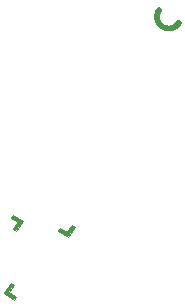
<source format=gto>
G04 #@! TF.GenerationSoftware,KiCad,Pcbnew,5.0.2+dfsg1-1*
G04 #@! TF.CreationDate,2021-09-10T13:15:43+02:00*
G04 #@! TF.ProjectId,facet_v1,66616365-745f-4763-912e-6b696361645f,rev?*
G04 #@! TF.SameCoordinates,Original*
G04 #@! TF.FileFunction,Legend,Top*
G04 #@! TF.FilePolarity,Positive*
%FSLAX46Y46*%
G04 Gerber Fmt 4.6, Leading zero omitted, Abs format (unit mm)*
G04 Created by KiCad (PCBNEW 5.0.2+dfsg1-1) date Fri 10 Sep 2021 01:15:43 PM CEST*
%MOMM*%
%LPD*%
G01*
G04 APERTURE LIST*
%ADD10C,0.000001*%
%ADD11C,0.150000*%
G04 APERTURE END LIST*
D10*
G04 #@! TO.C,*
G36*
X11130347Y19160626D02*
X11093900Y19178444D01*
X11055800Y19188331D01*
X11017158Y19190550D01*
X10979086Y19185361D01*
X10942695Y19173027D01*
X10909097Y19153808D01*
X10879404Y19127968D01*
X10854726Y19095766D01*
X10832346Y19059360D01*
X10811367Y19022350D01*
X10791791Y18984776D01*
X10773618Y18946676D01*
X10756852Y18908087D01*
X10741494Y18869050D01*
X10727545Y18829601D01*
X10715008Y18789780D01*
X10703885Y18749625D01*
X10694177Y18709175D01*
X10685886Y18668468D01*
X10679015Y18627542D01*
X10673564Y18586436D01*
X10669536Y18545188D01*
X10666933Y18503837D01*
X10665756Y18462422D01*
X10666008Y18420980D01*
X10667690Y18379550D01*
X10670804Y18338171D01*
X10675352Y18296882D01*
X10681335Y18255719D01*
X10688757Y18214723D01*
X10697618Y18173932D01*
X10707920Y18133383D01*
X10719665Y18093116D01*
X10732856Y18053169D01*
X10747493Y18013581D01*
X10763580Y17974389D01*
X10781117Y17935633D01*
X10800106Y17897350D01*
X10820444Y17859767D01*
X10842004Y17823099D01*
X10864752Y17787365D01*
X10888657Y17752586D01*
X10913686Y17718784D01*
X10939807Y17685978D01*
X10966989Y17654189D01*
X10995197Y17623438D01*
X11024401Y17593746D01*
X11054568Y17565133D01*
X11085666Y17537620D01*
X11117662Y17511228D01*
X11150524Y17485976D01*
X11184220Y17461886D01*
X11218718Y17438979D01*
X11253985Y17417275D01*
X11289989Y17396794D01*
X11326697Y17377558D01*
X11364078Y17359587D01*
X11402100Y17342901D01*
X11440729Y17327522D01*
X11479934Y17313470D01*
X11519682Y17300765D01*
X11559941Y17289428D01*
X11600679Y17279480D01*
X11641864Y17270942D01*
X11683463Y17263834D01*
X11725444Y17258176D01*
X11767774Y17253990D01*
X11810422Y17251296D01*
X11851769Y17250131D01*
X11892959Y17250380D01*
X11933960Y17252030D01*
X11974741Y17255063D01*
X12015269Y17259465D01*
X12055514Y17265219D01*
X12095444Y17272310D01*
X12135026Y17280721D01*
X12174230Y17290438D01*
X12213024Y17301445D01*
X12251377Y17313725D01*
X12289256Y17327263D01*
X12326630Y17342044D01*
X12363467Y17358051D01*
X12399737Y17375269D01*
X12435406Y17393683D01*
X12470445Y17413275D01*
X12504820Y17434032D01*
X12538501Y17455936D01*
X12571456Y17478973D01*
X12603654Y17503126D01*
X12635061Y17528380D01*
X12665648Y17554719D01*
X12695383Y17582127D01*
X12724233Y17610589D01*
X12752168Y17640089D01*
X12779155Y17670611D01*
X12805163Y17702139D01*
X12830161Y17734658D01*
X12854117Y17768152D01*
X12876999Y17802605D01*
X12905104Y17863484D01*
X12912262Y17921988D01*
X12901538Y17976157D01*
X12875995Y18024031D01*
X12838698Y18063651D01*
X12792711Y18093058D01*
X12741099Y18110291D01*
X12686926Y18113393D01*
X12633255Y18100402D01*
X12583152Y18069359D01*
X12539681Y18018306D01*
X12516877Y17984560D01*
X12492551Y17952217D01*
X12466768Y17921314D01*
X12439595Y17891883D01*
X12411098Y17863958D01*
X12381343Y17837575D01*
X12350395Y17812766D01*
X12318320Y17789565D01*
X12285185Y17768008D01*
X12251055Y17748128D01*
X12215996Y17729958D01*
X12180075Y17713534D01*
X12143356Y17698889D01*
X12105906Y17686057D01*
X12067791Y17675073D01*
X12029077Y17665970D01*
X11989830Y17658783D01*
X11950115Y17653545D01*
X11909999Y17650290D01*
X11869547Y17649054D01*
X11828826Y17649869D01*
X11788198Y17652745D01*
X11748023Y17657642D01*
X11708364Y17664519D01*
X11669285Y17673336D01*
X11630846Y17684053D01*
X11593112Y17696631D01*
X11556144Y17711028D01*
X11520006Y17727206D01*
X11484760Y17745123D01*
X11450468Y17764741D01*
X11417194Y17786018D01*
X11385000Y17808915D01*
X11353948Y17833392D01*
X11324102Y17859409D01*
X11295523Y17886925D01*
X11268275Y17915901D01*
X11242420Y17946297D01*
X11218021Y17978072D01*
X11195140Y18011186D01*
X11173840Y18045600D01*
X11154184Y18081274D01*
X11135533Y18119736D01*
X11119081Y18158860D01*
X11104824Y18198560D01*
X11092754Y18238752D01*
X11082866Y18279353D01*
X11075152Y18320277D01*
X11069608Y18361442D01*
X11066226Y18402761D01*
X11065000Y18444152D01*
X11065924Y18485530D01*
X11068993Y18526811D01*
X11074198Y18567910D01*
X11081535Y18608744D01*
X11090997Y18649228D01*
X11102578Y18689277D01*
X11116271Y18728808D01*
X11132071Y18767736D01*
X11149970Y18805978D01*
X11169963Y18843448D01*
X11192044Y18880063D01*
X11211223Y18916722D01*
X11222200Y18955284D01*
X11225235Y18994571D01*
X11220586Y19033404D01*
X11208514Y19070605D01*
X11189276Y19104994D01*
X11163133Y19135392D01*
X11130344Y19160621D01*
X11130347Y19160626D01*
X11130347Y19160626D01*
G37*
X11130347Y19160626D02*
X11093900Y19178444D01*
X11055800Y19188331D01*
X11017158Y19190550D01*
X10979086Y19185361D01*
X10942695Y19173027D01*
X10909097Y19153808D01*
X10879404Y19127968D01*
X10854726Y19095766D01*
X10832346Y19059360D01*
X10811367Y19022350D01*
X10791791Y18984776D01*
X10773618Y18946676D01*
X10756852Y18908087D01*
X10741494Y18869050D01*
X10727545Y18829601D01*
X10715008Y18789780D01*
X10703885Y18749625D01*
X10694177Y18709175D01*
X10685886Y18668468D01*
X10679015Y18627542D01*
X10673564Y18586436D01*
X10669536Y18545188D01*
X10666933Y18503837D01*
X10665756Y18462422D01*
X10666008Y18420980D01*
X10667690Y18379550D01*
X10670804Y18338171D01*
X10675352Y18296882D01*
X10681335Y18255719D01*
X10688757Y18214723D01*
X10697618Y18173932D01*
X10707920Y18133383D01*
X10719665Y18093116D01*
X10732856Y18053169D01*
X10747493Y18013581D01*
X10763580Y17974389D01*
X10781117Y17935633D01*
X10800106Y17897350D01*
X10820444Y17859767D01*
X10842004Y17823099D01*
X10864752Y17787365D01*
X10888657Y17752586D01*
X10913686Y17718784D01*
X10939807Y17685978D01*
X10966989Y17654189D01*
X10995197Y17623438D01*
X11024401Y17593746D01*
X11054568Y17565133D01*
X11085666Y17537620D01*
X11117662Y17511228D01*
X11150524Y17485976D01*
X11184220Y17461886D01*
X11218718Y17438979D01*
X11253985Y17417275D01*
X11289989Y17396794D01*
X11326697Y17377558D01*
X11364078Y17359587D01*
X11402100Y17342901D01*
X11440729Y17327522D01*
X11479934Y17313470D01*
X11519682Y17300765D01*
X11559941Y17289428D01*
X11600679Y17279480D01*
X11641864Y17270942D01*
X11683463Y17263834D01*
X11725444Y17258176D01*
X11767774Y17253990D01*
X11810422Y17251296D01*
X11851769Y17250131D01*
X11892959Y17250380D01*
X11933960Y17252030D01*
X11974741Y17255063D01*
X12015269Y17259465D01*
X12055514Y17265219D01*
X12095444Y17272310D01*
X12135026Y17280721D01*
X12174230Y17290438D01*
X12213024Y17301445D01*
X12251377Y17313725D01*
X12289256Y17327263D01*
X12326630Y17342044D01*
X12363467Y17358051D01*
X12399737Y17375269D01*
X12435406Y17393683D01*
X12470445Y17413275D01*
X12504820Y17434032D01*
X12538501Y17455936D01*
X12571456Y17478973D01*
X12603654Y17503126D01*
X12635061Y17528380D01*
X12665648Y17554719D01*
X12695383Y17582127D01*
X12724233Y17610589D01*
X12752168Y17640089D01*
X12779155Y17670611D01*
X12805163Y17702139D01*
X12830161Y17734658D01*
X12854117Y17768152D01*
X12876999Y17802605D01*
X12905104Y17863484D01*
X12912262Y17921988D01*
X12901538Y17976157D01*
X12875995Y18024031D01*
X12838698Y18063651D01*
X12792711Y18093058D01*
X12741099Y18110291D01*
X12686926Y18113393D01*
X12633255Y18100402D01*
X12583152Y18069359D01*
X12539681Y18018306D01*
X12516877Y17984560D01*
X12492551Y17952217D01*
X12466768Y17921314D01*
X12439595Y17891883D01*
X12411098Y17863958D01*
X12381343Y17837575D01*
X12350395Y17812766D01*
X12318320Y17789565D01*
X12285185Y17768008D01*
X12251055Y17748128D01*
X12215996Y17729958D01*
X12180075Y17713534D01*
X12143356Y17698889D01*
X12105906Y17686057D01*
X12067791Y17675073D01*
X12029077Y17665970D01*
X11989830Y17658783D01*
X11950115Y17653545D01*
X11909999Y17650290D01*
X11869547Y17649054D01*
X11828826Y17649869D01*
X11788198Y17652745D01*
X11748023Y17657642D01*
X11708364Y17664519D01*
X11669285Y17673336D01*
X11630846Y17684053D01*
X11593112Y17696631D01*
X11556144Y17711028D01*
X11520006Y17727206D01*
X11484760Y17745123D01*
X11450468Y17764741D01*
X11417194Y17786018D01*
X11385000Y17808915D01*
X11353948Y17833392D01*
X11324102Y17859409D01*
X11295523Y17886925D01*
X11268275Y17915901D01*
X11242420Y17946297D01*
X11218021Y17978072D01*
X11195140Y18011186D01*
X11173840Y18045600D01*
X11154184Y18081274D01*
X11135533Y18119736D01*
X11119081Y18158860D01*
X11104824Y18198560D01*
X11092754Y18238752D01*
X11082866Y18279353D01*
X11075152Y18320277D01*
X11069608Y18361442D01*
X11066226Y18402761D01*
X11065000Y18444152D01*
X11065924Y18485530D01*
X11068993Y18526811D01*
X11074198Y18567910D01*
X11081535Y18608744D01*
X11090997Y18649228D01*
X11102578Y18689277D01*
X11116271Y18728808D01*
X11132071Y18767736D01*
X11149970Y18805978D01*
X11169963Y18843448D01*
X11192044Y18880063D01*
X11211223Y18916722D01*
X11222200Y18955284D01*
X11225235Y18994571D01*
X11220586Y19033404D01*
X11208514Y19070605D01*
X11189276Y19104994D01*
X11163133Y19135392D01*
X11130344Y19160621D01*
X11130347Y19160626D01*
G36*
X3399494Y-252100D02*
X3938191Y590328D01*
X3685679Y751799D01*
X3308451Y161881D01*
X2718536Y539107D01*
X2557066Y286597D01*
X3399494Y-252100D01*
X3399494Y-252100D01*
G37*
X3399494Y-252100D02*
X3938191Y590328D01*
X3685679Y751799D01*
X3308451Y161881D01*
X2718536Y539107D01*
X2557066Y286597D01*
X3399494Y-252100D01*
G36*
X-2017865Y-5011534D02*
X-1175439Y-5550229D01*
X-1013969Y-5297719D01*
X-1603885Y-4920493D01*
X-1226657Y-4330575D01*
X-1479167Y-4169106D01*
X-2017865Y-5011534D01*
X-2017865Y-5011534D01*
G37*
X-2017865Y-5011534D02*
X-1175439Y-5550229D01*
X-1013969Y-5297719D01*
X-1603885Y-4920493D01*
X-1226657Y-4330575D01*
X-1479167Y-4169106D01*
X-2017865Y-5011534D01*
G36*
X-470509Y1120803D02*
X-1312934Y1659499D01*
X-1474405Y1406987D01*
X-884490Y1029761D01*
X-1261716Y439845D01*
X-1009206Y278375D01*
X-470509Y1120803D01*
X-470509Y1120803D01*
G37*
X-470509Y1120803D02*
X-1312934Y1659499D01*
X-1474405Y1406987D01*
X-884490Y1029761D01*
X-1261716Y439845D01*
X-1009206Y278375D01*
X-470509Y1120803D01*
D11*
G04 #@! TD*
M02*

</source>
